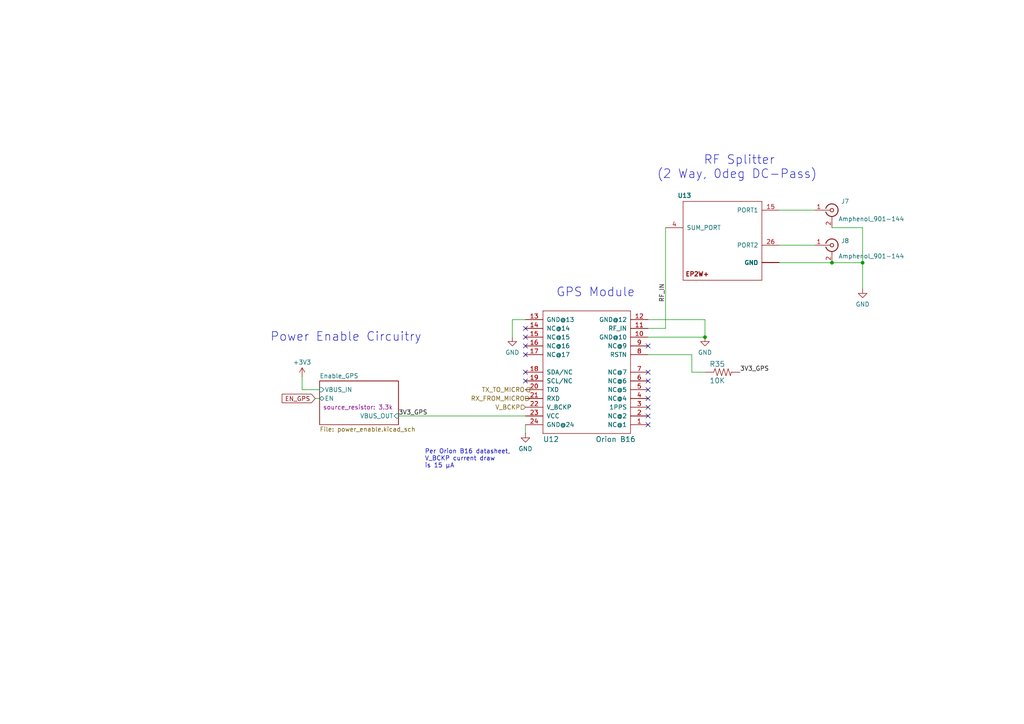
<source format=kicad_sch>
(kicad_sch (version 20231120) (generator "eeschema") (generator_version "8.0")
  (paper "A4")
  (title_block (company "Stanford Student Space Initiative"))
  (lib_symbols
    (symbol "Connector:Conn_Coaxial" (pin_names (offset 1.016) hide)
      (property "Reference" "J" (at 0.254 3.048 0))
      (property "Value" "Conn_Coaxial" (at 2.921 0 90))
      (symbol "Conn_Coaxial_0_1"
        (arc (start -1.778 -0.508) (mid 0.2311 -1.8066) (end 1.778 0) (stroke (width 0.254)))
        (polyline (pts (xy -2.54 0) (xy -0.508 0)))
        (polyline (pts (xy 0 -2.54) (xy 0 -1.778)))
        (circle (center 0 0) (radius 0.508) (stroke (width 0.2032)))
        (arc (start 1.778 0) (mid 0.2099 1.8101) (end -1.778 0.508) (stroke (width 0.254)))
      )
      (symbol "Conn_Coaxial_1_1"
        (pin passive line (at -5.08 0 0) (length 2.54) (name "In") (number "1"))
        (pin passive line (at 0 -5.08 90) (length 2.54) (name "Ext") (number "2"))
      )
    )
    (symbol "mainboard:10KOHM-1_10W-1%(0603)0603" (pin_names (offset 1.016))
      (property "Reference" "R" (at -3.81 1.4986 0))
      (property "Value" "10KOHM-1_10W-1%(0603)0603" (at -3.81 -3.302 0))
      (symbol "10KOHM-1_10W-1%(0603)0603_1_0"
        (polyline (pts (xy -2.54 0) (xy -2.159 1.016)))
        (polyline (pts (xy -2.159 1.016) (xy -1.524 -1.016)))
        (polyline (pts (xy -1.524 -1.016) (xy -0.889 1.016)))
        (polyline (pts (xy -0.889 1.016) (xy -0.254 -1.016)))
        (polyline (pts (xy -0.254 -1.016) (xy 0.381 1.016)))
        (polyline (pts (xy 0.381 1.016) (xy 1.016 -1.016)))
        (polyline (pts (xy 1.016 -1.016) (xy 1.651 1.016)))
        (polyline (pts (xy 1.651 1.016) (xy 2.286 -1.016)))
        (polyline (pts (xy 2.286 -1.016) (xy 2.54 0)))
        (pin passive line (at -5.08 0 0) (length 2.54) (name "1") (number "1"))
        (pin passive line (at 5.08 0 180) (length 2.54) (name "2") (number "2"))
      )
    )
    (symbol "mainboard:EP2W+" (pin_names (offset 1.016))
      (property "Reference" "U" (at -7.62 10.16 0))
      (symbol "EP2W+_1_0"
        (polyline (pts (xy -12.7 -15.24) (xy -12.7 7.62)))
        (polyline (pts (xy -12.7 7.62) (xy 10.16 7.62)))
        (polyline (pts (xy 10.16 -15.24) (xy -12.7 -15.24)))
        (polyline (pts (xy 10.16 7.62) (xy 10.16 -15.24)))
        (text "EP2W+" (at -5.08 -12.7 0) (effects (font (size 1.27 1.27) (bold yes)) (justify right top)))
        (pin bidirectional line (at 15.24 -10.16 180) (length 5.08) (name "GND") (number "1"))
        (pin bidirectional line (at 15.24 -10.16 180) (length 5.08) (name "GND") (number "10"))
        (pin bidirectional line (at 15.24 -10.16 180) (length 5.08) (name "GND") (number "11"))
        (pin bidirectional line (at 15.24 -10.16 180) (length 5.08) (name "GND") (number "12"))
        (pin bidirectional line (at 15.24 -10.16 180) (length 5.08) (name "GND") (number "13"))
        (pin bidirectional line (at 15.24 -10.16 180) (length 5.08) (name "GND") (number "14"))
        (pin bidirectional line (at 15.24 5.08 180) (length 5.08) (name "PORT1") (number "15"))
        (pin bidirectional line (at 15.24 -10.16 180) (length 5.08) (name "GND") (number "16"))
        (pin bidirectional line (at 15.24 -10.16 180) (length 5.08) (name "GND") (number "17"))
        (pin bidirectional line (at 15.24 -10.16 180) (length 5.08) (name "GND") (number "18"))
        (pin bidirectional line (at 15.24 -10.16 180) (length 5.08) (name "GND") (number "19"))
        (pin bidirectional line (at 15.24 -10.16 180) (length 5.08) (name "GND") (number "2"))
        (pin bidirectional line (at 15.24 -10.16 180) (length 5.08) (name "GND") (number "20"))
        (pin bidirectional line (at 15.24 -10.16 180) (length 5.08) (name "GND") (number "21"))
        (pin bidirectional line (at 15.24 -10.16 180) (length 5.08) (name "GND") (number "22"))
        (pin bidirectional line (at 15.24 -10.16 180) (length 5.08) (name "GND") (number "23"))
        (pin bidirectional line (at 15.24 -10.16 180) (length 5.08) (name "GND") (number "24"))
        (pin bidirectional line (at 15.24 -10.16 180) (length 5.08) (name "GND") (number "25"))
        (pin bidirectional line (at 15.24 -5.08 180) (length 5.08) (name "PORT2") (number "26"))
        (pin bidirectional line (at 15.24 -10.16 180) (length 5.08) (name "GND") (number "27"))
        (pin bidirectional line (at 15.24 -10.16 180) (length 5.08) (name "GND") (number "28"))
        (pin bidirectional line (at 15.24 -10.16 180) (length 5.08) (name "GND") (number "29"))
        (pin bidirectional line (at 15.24 -10.16 180) (length 5.08) (name "GND") (number "3"))
        (pin bidirectional line (at 15.24 -10.16 180) (length 5.08) (name "GND") (number "30"))
        (pin bidirectional line (at 15.24 -10.16 180) (length 5.08) (name "GND") (number "31"))
        (pin bidirectional line (at 15.24 -10.16 180) (length 5.08) (name "GND") (number "32"))
        (pin bidirectional line (at -17.78 0 0) (length 5.08) (name "SUM_PORT") (number "4"))
        (pin bidirectional line (at 15.24 -10.16 180) (length 5.08) (name "GND") (number "5"))
        (pin bidirectional line (at 15.24 -10.16 180) (length 5.08) (name "GND") (number "6"))
        (pin bidirectional line (at 15.24 -10.16 180) (length 5.08) (name "GND") (number "7"))
        (pin bidirectional line (at 15.24 -10.16 180) (length 5.08) (name "GND") (number "8"))
        (pin bidirectional line (at 15.24 -10.16 180) (length 5.08) (name "GND") (number "9"))
        (pin bidirectional line (at 15.24 -10.16 180) (length 5.08) (name "GND") (number "EP"))
      )
    )
    (symbol "mainboard:S1216V8" (pin_names (offset 1.016))
      (property "Reference" "U14" (at -12.7 -20.32 0))
      (property "Value" "S1216V8" (at 2.54 -20.32 0))
      (symbol "S1216V8_1_0"
        (polyline (pts (xy -12.7 -17.78) (xy 12.7 -17.78)))
        (polyline (pts (xy -12.7 17.78) (xy -12.7 -17.78)))
        (polyline (pts (xy 12.7 -17.78) (xy 12.7 17.78)))
        (polyline (pts (xy 12.7 17.78) (xy -12.7 17.78)))
        (pin bidirectional line (at 17.78 -15.24 180) (length 5.08) (name "NC@1") (number "1"))
        (pin bidirectional line (at 17.78 10.16 180) (length 5.08) (name "GND@10") (number "10"))
        (pin bidirectional line (at 17.78 12.7 180) (length 5.08) (name "RF_IN") (number "11"))
        (pin bidirectional line (at 17.78 15.24 180) (length 5.08) (name "GND@12") (number "12"))
        (pin bidirectional line (at -17.78 15.24 0) (length 5.08) (name "GND@13") (number "13"))
        (pin bidirectional line (at -17.78 12.7 0) (length 5.08) (name "NC@14") (number "14"))
        (pin bidirectional line (at -17.78 10.16 0) (length 5.08) (name "NC@15") (number "15"))
        (pin bidirectional line (at -17.78 7.62 0) (length 5.08) (name "NC@16") (number "16"))
        (pin bidirectional line (at -17.78 5.08 0) (length 5.08) (name "NC@17") (number "17"))
        (pin bidirectional line (at -17.78 0 0) (length 5.08) (name "SDA/NC") (number "18"))
        (pin bidirectional line (at -17.78 -2.54 0) (length 5.08) (name "SCL/NC") (number "19"))
        (pin bidirectional line (at 17.78 -12.7 180) (length 5.08) (name "NC@2") (number "2"))
        (pin bidirectional line (at -17.78 -5.08 0) (length 5.08) (name "TXD") (number "20"))
        (pin bidirectional line (at -17.78 -7.62 0) (length 5.08) (name "RXD") (number "21"))
        (pin bidirectional line (at -17.78 -10.16 0) (length 5.08) (name "V_BCKP") (number "22"))
        (pin bidirectional line (at -17.78 -12.7 0) (length 5.08) (name "VCC") (number "23"))
        (pin bidirectional line (at -17.78 -15.24 0) (length 5.08) (name "GND@24") (number "24"))
        (pin bidirectional line (at 17.78 -10.16 180) (length 5.08) (name "1PPS") (number "3"))
        (pin bidirectional line (at 17.78 -7.62 180) (length 5.08) (name "NC@4") (number "4"))
        (pin bidirectional line (at 17.78 -5.08 180) (length 5.08) (name "NC@5") (number "5"))
        (pin bidirectional line (at 17.78 -2.54 180) (length 5.08) (name "NC@6") (number "6"))
        (pin bidirectional line (at 17.78 0 180) (length 5.08) (name "NC@7") (number "7"))
        (pin bidirectional line (at 17.78 5.08 180) (length 5.08) (name "RSTN") (number "8"))
        (pin bidirectional line (at 17.78 7.62 180) (length 5.08) (name "NC@9") (number "9"))
      )
    )
    (symbol "power:+3V3" (power) (pin_numbers hide) (pin_names (offset 0) hide)
      (property "Value" "+3V3" (at 0 3.556 0))
      (symbol "+3V3_0_1"
        (polyline (pts (xy -0.762 1.27) (xy 0 2.54)))
        (polyline (pts (xy 0 0) (xy 0 2.54)))
        (polyline (pts (xy 0 2.54) (xy 0.762 1.27)))
      )
      (symbol "+3V3_1_1"
        (pin power_in line (at 0 0 90) (length 0) (name "~") (number "1"))
      )
    )
    (symbol "power:GND" (power) (pin_numbers hide) (pin_names (offset 0) hide)
      (property "Value" "GND" (at 0 -3.81 0))
      (symbol "GND_0_1"
        (polyline (pts (xy 0 0) (xy 0 -1.27) (xy 1.27 -1.27) (xy 0 -2.54) (xy -1.27 -1.27) (xy 0 -1.27)))
      )
      (symbol "GND_1_1"
        (pin power_in line (at 0 0 270) (length 0) (name "~") (number "1"))
      )
    )
  )
  (junction (at 204.47 97.79))
  (junction (at 250.19 76.2))
  (junction (at 241.3 76.2))
  (no_connect (at 152.4 110.49))
  (no_connect (at 152.4 102.87))
  (no_connect (at 152.4 95.25))
  (no_connect (at 187.96 107.95))
  (no_connect (at 187.96 120.65))
  (no_connect (at 152.4 97.79))
  (no_connect (at 187.96 123.19))
  (no_connect (at 187.96 115.57))
  (no_connect (at 187.96 118.11))
  (no_connect (at 187.96 113.03))
  (no_connect (at 152.4 107.95))
  (no_connect (at 187.96 110.49))
  (no_connect (at 152.4 100.33))
  (no_connect (at 187.96 100.33))
  (wire (pts (xy 200.66 107.95) (xy 204.47 107.95)))
  (wire (pts (xy 152.4 92.71) (xy 148.59 92.71)))
  (wire (pts (xy 187.96 95.25) (xy 193.04 95.25)))
  (wire (pts (xy 87.63 113.03) (xy 87.63 109.22)))
  (wire (pts (xy 193.04 66.04) (xy 193.04 95.25)))
  (wire (pts (xy 187.96 102.87) (xy 200.66 102.87)))
  (wire (pts (xy 250.19 76.2) (xy 250.19 83.82)))
  (wire (pts (xy 226.06 60.96) (xy 236.22 60.96)))
  (wire (pts (xy 148.59 92.71) (xy 148.59 97.79)))
  (wire (pts (xy 187.96 92.71) (xy 204.47 92.71)))
  (wire (pts (xy 204.47 97.79) (xy 187.96 97.79)))
  (wire (pts (xy 200.66 102.87) (xy 200.66 107.95)))
  (wire (pts (xy 250.19 76.2) (xy 241.3 76.2)))
  (wire (pts (xy 250.19 66.04) (xy 241.3 66.04)))
  (wire (pts (xy 115.57 120.65) (xy 152.4 120.65)))
  (wire (pts (xy 92.71 113.03) (xy 87.63 113.03)))
  (wire (pts (xy 250.19 66.04) (xy 250.19 76.2)))
  (wire (pts (xy 91.44 115.57) (xy 92.71 115.57)))
  (wire (pts (xy 226.06 71.12) (xy 236.22 71.12)))
  (wire (pts (xy 204.47 92.71) (xy 204.47 97.79)))
  (wire (pts (xy 152.4 123.19) (xy 152.4 125.73)))
  (wire (pts (xy 152.4 115.57) (xy 153.67 115.57)))
  (wire (pts (xy 152.4 113.03) (xy 153.67 113.03)))
  (wire (pts (xy 226.06 76.2) (xy 241.3 76.2)))
  (text "Power Enable Circuitry" (at 100.33 97.79 0) (effects (font (size 2.54 2.54))))
  (text "Per Orion B16 datasheet, \nV_BCKP current draw \nis 15 μA" (at 123.19 135.89 0) (effects (font (size 1.27 1.27)) (justify left bottom)))
  (text "       RF Splitter \n(2 Way, 0deg DC-Pass)" (at 190.5 52.07 0) (effects (font (size 2.54 2.54)) (justify left bottom)))
  (text "GPS Module" (at 161.29 86.36 0) (effects (font (size 2.54 2.54)) (justify left bottom)))
  (label "3V3_GPS" (at 214.63 107.95 0))
  (label "RF_IN" (at 193.04 87.63 90))
  (label "3V3_GPS" (at 115.57 120.65 0))
  (global_label "EN_GPS" (shape input) (at 91.44 115.57 180) (property "Intersheetrefs" "${INTERSHEET_REFS}" (effects (hide yes))))
  (hierarchical_label "TX_TO_MICRO" (shape output) (at 153.67 113.03 180))
  (hierarchical_label "RX_FROM_MICRO" (shape input) (at 153.67 115.57 180))
  (hierarchical_label "V_BCKP" (shape input) (at 152.4 118.11 180))
  (symbol (lib_id "power:GND") (at 148.59 97.79 0) (unit 1)
    (property "Reference" "#PWR01" (effects (hide yes)))
    (property "Value" "GND" (at 148.59 102.235 0))
    (property "Description" "Power symbol creates a global label with name \"GND\" , ground" (effects (hide yes)))
  )
  (symbol (lib_id "Connector:Conn_Coaxial") (at 241.3 71.12 0) (unit 1)
    (property "Reference" "J8" (at 245.11 69.85 0))
    (property "Value" "Amphenol_901-144" (at 252.73 74.295 0))
    (property "Footprint" "Connector_Coaxial:SMA_Amphenol_901-144_Vertical" (effects (hide yes)))
    (property "Datasheet" "https://www.amphenolrf.com/library/download/link/link_id/593640/parent/901-144/" (effects (hide yes)))
    (property "Description" "Amphenol RF SMA" (effects (hide yes)))
    (property "Flight" "901-144" (effects (hide yes)))
    (property "Manufacturer_Name" "Amphenol" (effects (hide yes)))
    (property "Manufacturer_Part_Number" "901-144" (effects (hide yes)))
    (property "Proto" "901-144" (effects (hide yes)))
  )
  (symbol (lib_id "power:GND") (at 204.47 97.79 0) (unit 1)
    (property "Reference" "#PWR03" (effects (hide yes)))
    (property "Value" "GND" (at 204.47 102.235 0))
    (property "Description" "Power symbol creates a global label with name \"GND\" , ground" (effects (hide yes)))
  )
  (symbol (lib_id "Connector:Conn_Coaxial") (at 241.3 60.96 0) (unit 1)
    (property "Reference" "J7" (at 245.11 58.42 0))
    (property "Value" "Amphenol_901-144" (at 252.73 63.5 0))
    (property "Footprint" "Connector_Coaxial:SMA_Amphenol_901-144_Vertical" (effects (hide yes)))
    (property "Datasheet" "https://www.amphenolrf.com/library/download/link/link_id/593640/parent/901-144/" (effects (hide yes)))
    (property "Description" "Amphenol RF SMA" (effects (hide yes)))
    (property "Flight" "901-144" (effects (hide yes)))
    (property "Manufacturer_Name" "Amphenol" (effects (hide yes)))
    (property "Manufacturer_Part_Number" "901-144" (effects (hide yes)))
    (property "Proto" "901-144" (effects (hide yes)))
  )
  (symbol (lib_id "power:GND") (at 250.19 83.82 0) (unit 1)
    (property "Reference" "#PWR083" (effects (hide yes)))
    (property "Value" "GND" (at 250.19 88.265 0))
    (property "Description" "Power symbol creates a global label with name \"GND\" , ground" (effects (hide yes)))
  )
  (symbol (lib_id "power:+3V3") (at 87.63 109.22 0) (unit 1)
    (property "Reference" "#PWR080" (effects (hide yes)))
    (property "Value" "+3V3" (at 87.63 105.0869 0))
    (property "Description" "Power symbol creates a global label with name \"+3V3\"" (effects (hide yes)))
  )
  (symbol (lib_id "mainboard:S1216V8") (at 170.18 107.95 0) (unit 1)
    (property "Reference" "U12" (at 157.48 128.27 0) (effects (font (size 1.4986 1.4986)) (justify left bottom)))
    (property "Value" "Orion B16" (at 172.72 128.27 0) (effects (font (size 1.4986 1.4986)) (justify left bottom)))
    (property "Footprint" "mainboard:S1216_24PIN_PACKAGE" (effects (hide yes)))
    (property "Datasheet" "${KIPRJMOD}/../datasheets/Orion_B16_FLIGHT.pdf" (effects (hide yes)))
    (property "Manufacturer_Name" "SkyTraq" (effects (hide yes)))
    (property "Unit Price" "850.0" (effects (hide yes)))
    (property "Unit Price (Proto)" "6.80" (effects (hide yes)))
    (property "Flight" "B16" (effects (hide yes)))
  )
  (symbol (lib_id "power:GND") (at 152.4 125.73 0) (unit 1)
    (property "Reference" "#PWR02" (effects (hide yes)))
    (property "Value" "GND" (at 152.4 130.175 0))
    (property "Description" "Power symbol creates a global label with name \"GND\" , ground" (effects (hide yes)))
  )
  (symbol (lib_id "mainboard:EP2W+") (at 210.82 66.04 0) (unit 1)
    (property "Reference" "U13" (at 200.66 55.88 0) (effects (font (bold yes)) (justify right top)))
    (property "Value" "EP2W+" (effects (hide yes)))
    (property "Footprint" "mainboard:QFN32-5X5MM" (effects (hide yes)))
    (property "Datasheet" "${KIPRJMOD}/../datasheets/EP2W1+.pdf" (effects (hide yes)))
    (property "Description" "RF Splitter DC-Pass" (effects (hide yes)))
    (property "Flight" "EP2W+" (effects (hide yes)))
    (property "Manufacturer_Name" "Mini Circuits" (effects (hide yes)))
    (property "Unit Price" "24.92" (effects (hide yes)))
  )
  (symbol (lib_id "mainboard:10KOHM-1_10W-1%(0603)0603") (at 209.55 107.95 0) (unit 1)
    (property "Reference" "R35" (at 205.74 106.4514 0) (effects (font (size 1.4986 1.4986)) (justify left bottom)))
    (property "Value" "10K" (at 205.74 111.252 0) (effects (font (size 1.4986 1.4986)) (justify left bottom)))
    (property "Footprint" "Resistor_SMD:R_0402_1005Metric" (effects (hide yes)))
    (property "Description" "10K 0603" (effects (hide yes)))
  )
  (sheet (at 92.71 110.49) (size 22.86 12.7) (stroke (width 0.1524))
    (property "Sheetname" "Enable_GPS" (at 92.71 109.7784 0) (effects (justify left bottom)))
    (property "Sheetfile" "power_enable.kicad_sch" (at 92.71 123.7746 0) (effects (justify left top)))
    (property "source_resistor" "3.3k" (at 103.8098 118.11 0) (show_name yes))
    (pin "VBUS_IN" input (at 92.71 113.03 180))
    (pin "EN" bidirectional (at 92.71 115.57 180))
    (pin "VBUS_OUT" input (at 115.57 120.65 0))
  )
)
</source>
